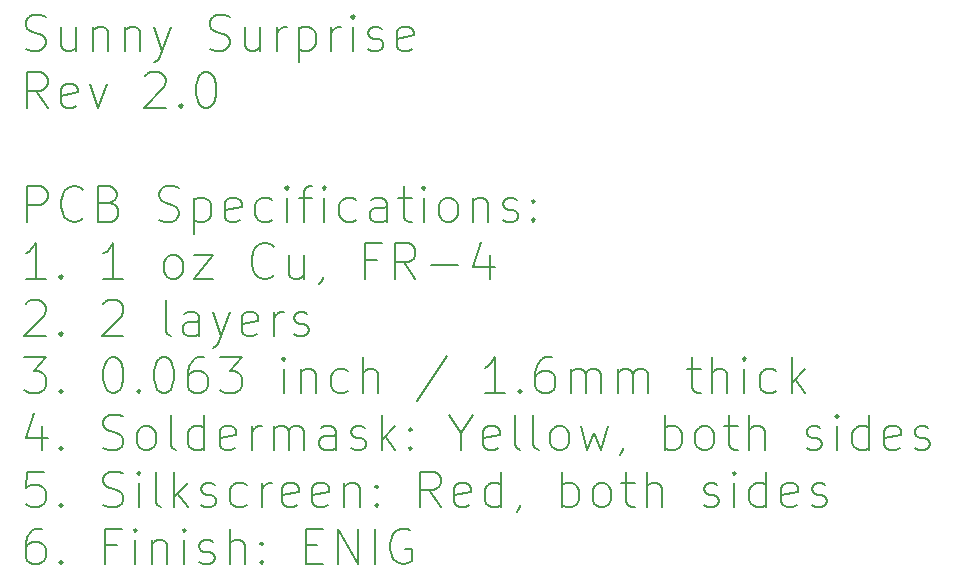
<source format=gbr>
%TF.GenerationSoftware,KiCad,Pcbnew,(6.0.4)*%
%TF.CreationDate,2024-01-19T16:04:25-08:00*%
%TF.ProjectId,Alpenglow_SunnySurprise_PCB,416c7065-6e67-46c6-9f77-5f53756e6e79,rev?*%
%TF.SameCoordinates,Original*%
%TF.FileFunction,Other,Comment*%
%FSLAX46Y46*%
G04 Gerber Fmt 4.6, Leading zero omitted, Abs format (unit mm)*
G04 Created by KiCad (PCBNEW (6.0.4)) date 2024-01-19 16:04:25*
%MOMM*%
%LPD*%
G01*
G04 APERTURE LIST*
%ADD10C,0.200000*%
G04 APERTURE END LIST*
D10*
X197551428Y-58473285D02*
X197980000Y-58616142D01*
X198694285Y-58616142D01*
X198980000Y-58473285D01*
X199122857Y-58330428D01*
X199265714Y-58044714D01*
X199265714Y-57759000D01*
X199122857Y-57473285D01*
X198980000Y-57330428D01*
X198694285Y-57187571D01*
X198122857Y-57044714D01*
X197837142Y-56901857D01*
X197694285Y-56759000D01*
X197551428Y-56473285D01*
X197551428Y-56187571D01*
X197694285Y-55901857D01*
X197837142Y-55759000D01*
X198122857Y-55616142D01*
X198837142Y-55616142D01*
X199265714Y-55759000D01*
X201837142Y-56616142D02*
X201837142Y-58616142D01*
X200551428Y-56616142D02*
X200551428Y-58187571D01*
X200694285Y-58473285D01*
X200980000Y-58616142D01*
X201408571Y-58616142D01*
X201694285Y-58473285D01*
X201837142Y-58330428D01*
X203265714Y-56616142D02*
X203265714Y-58616142D01*
X203265714Y-56901857D02*
X203408571Y-56759000D01*
X203694285Y-56616142D01*
X204122857Y-56616142D01*
X204408571Y-56759000D01*
X204551428Y-57044714D01*
X204551428Y-58616142D01*
X205980000Y-56616142D02*
X205980000Y-58616142D01*
X205980000Y-56901857D02*
X206122857Y-56759000D01*
X206408571Y-56616142D01*
X206837142Y-56616142D01*
X207122857Y-56759000D01*
X207265714Y-57044714D01*
X207265714Y-58616142D01*
X208408571Y-56616142D02*
X209122857Y-58616142D01*
X209837142Y-56616142D02*
X209122857Y-58616142D01*
X208837142Y-59330428D01*
X208694285Y-59473285D01*
X208408571Y-59616142D01*
X213122857Y-58473285D02*
X213551428Y-58616142D01*
X214265714Y-58616142D01*
X214551428Y-58473285D01*
X214694285Y-58330428D01*
X214837142Y-58044714D01*
X214837142Y-57759000D01*
X214694285Y-57473285D01*
X214551428Y-57330428D01*
X214265714Y-57187571D01*
X213694285Y-57044714D01*
X213408571Y-56901857D01*
X213265714Y-56759000D01*
X213122857Y-56473285D01*
X213122857Y-56187571D01*
X213265714Y-55901857D01*
X213408571Y-55759000D01*
X213694285Y-55616142D01*
X214408571Y-55616142D01*
X214837142Y-55759000D01*
X217408571Y-56616142D02*
X217408571Y-58616142D01*
X216122857Y-56616142D02*
X216122857Y-58187571D01*
X216265714Y-58473285D01*
X216551428Y-58616142D01*
X216980000Y-58616142D01*
X217265714Y-58473285D01*
X217408571Y-58330428D01*
X218837142Y-58616142D02*
X218837142Y-56616142D01*
X218837142Y-57187571D02*
X218980000Y-56901857D01*
X219122857Y-56759000D01*
X219408571Y-56616142D01*
X219694285Y-56616142D01*
X220694285Y-56616142D02*
X220694285Y-59616142D01*
X220694285Y-56759000D02*
X220980000Y-56616142D01*
X221551428Y-56616142D01*
X221837142Y-56759000D01*
X221980000Y-56901857D01*
X222122857Y-57187571D01*
X222122857Y-58044714D01*
X221980000Y-58330428D01*
X221837142Y-58473285D01*
X221551428Y-58616142D01*
X220980000Y-58616142D01*
X220694285Y-58473285D01*
X223408571Y-58616142D02*
X223408571Y-56616142D01*
X223408571Y-57187571D02*
X223551428Y-56901857D01*
X223694285Y-56759000D01*
X223980000Y-56616142D01*
X224265714Y-56616142D01*
X225265714Y-58616142D02*
X225265714Y-56616142D01*
X225265714Y-55616142D02*
X225122857Y-55759000D01*
X225265714Y-55901857D01*
X225408571Y-55759000D01*
X225265714Y-55616142D01*
X225265714Y-55901857D01*
X226551428Y-58473285D02*
X226837142Y-58616142D01*
X227408571Y-58616142D01*
X227694285Y-58473285D01*
X227837142Y-58187571D01*
X227837142Y-58044714D01*
X227694285Y-57759000D01*
X227408571Y-57616142D01*
X226980000Y-57616142D01*
X226694285Y-57473285D01*
X226551428Y-57187571D01*
X226551428Y-57044714D01*
X226694285Y-56759000D01*
X226980000Y-56616142D01*
X227408571Y-56616142D01*
X227694285Y-56759000D01*
X230265714Y-58473285D02*
X229980000Y-58616142D01*
X229408571Y-58616142D01*
X229122857Y-58473285D01*
X228980000Y-58187571D01*
X228980000Y-57044714D01*
X229122857Y-56759000D01*
X229408571Y-56616142D01*
X229980000Y-56616142D01*
X230265714Y-56759000D01*
X230408571Y-57044714D01*
X230408571Y-57330428D01*
X228980000Y-57616142D01*
X199408571Y-63446142D02*
X198408571Y-62017571D01*
X197694285Y-63446142D02*
X197694285Y-60446142D01*
X198837142Y-60446142D01*
X199122857Y-60589000D01*
X199265714Y-60731857D01*
X199408571Y-61017571D01*
X199408571Y-61446142D01*
X199265714Y-61731857D01*
X199122857Y-61874714D01*
X198837142Y-62017571D01*
X197694285Y-62017571D01*
X201837142Y-63303285D02*
X201551428Y-63446142D01*
X200980000Y-63446142D01*
X200694285Y-63303285D01*
X200551428Y-63017571D01*
X200551428Y-61874714D01*
X200694285Y-61589000D01*
X200980000Y-61446142D01*
X201551428Y-61446142D01*
X201837142Y-61589000D01*
X201980000Y-61874714D01*
X201980000Y-62160428D01*
X200551428Y-62446142D01*
X202980000Y-61446142D02*
X203694285Y-63446142D01*
X204408571Y-61446142D01*
X207694285Y-60731857D02*
X207837142Y-60589000D01*
X208122857Y-60446142D01*
X208837142Y-60446142D01*
X209122857Y-60589000D01*
X209265714Y-60731857D01*
X209408571Y-61017571D01*
X209408571Y-61303285D01*
X209265714Y-61731857D01*
X207551428Y-63446142D01*
X209408571Y-63446142D01*
X210694285Y-63160428D02*
X210837142Y-63303285D01*
X210694285Y-63446142D01*
X210551428Y-63303285D01*
X210694285Y-63160428D01*
X210694285Y-63446142D01*
X212694285Y-60446142D02*
X212980000Y-60446142D01*
X213265714Y-60589000D01*
X213408571Y-60731857D01*
X213551428Y-61017571D01*
X213694285Y-61589000D01*
X213694285Y-62303285D01*
X213551428Y-62874714D01*
X213408571Y-63160428D01*
X213265714Y-63303285D01*
X212980000Y-63446142D01*
X212694285Y-63446142D01*
X212408571Y-63303285D01*
X212265714Y-63160428D01*
X212122857Y-62874714D01*
X211980000Y-62303285D01*
X211980000Y-61589000D01*
X212122857Y-61017571D01*
X212265714Y-60731857D01*
X212408571Y-60589000D01*
X212694285Y-60446142D01*
X197694285Y-73106142D02*
X197694285Y-70106142D01*
X198837142Y-70106142D01*
X199122857Y-70249000D01*
X199265714Y-70391857D01*
X199408571Y-70677571D01*
X199408571Y-71106142D01*
X199265714Y-71391857D01*
X199122857Y-71534714D01*
X198837142Y-71677571D01*
X197694285Y-71677571D01*
X202408571Y-72820428D02*
X202265714Y-72963285D01*
X201837142Y-73106142D01*
X201551428Y-73106142D01*
X201122857Y-72963285D01*
X200837142Y-72677571D01*
X200694285Y-72391857D01*
X200551428Y-71820428D01*
X200551428Y-71391857D01*
X200694285Y-70820428D01*
X200837142Y-70534714D01*
X201122857Y-70249000D01*
X201551428Y-70106142D01*
X201837142Y-70106142D01*
X202265714Y-70249000D01*
X202408571Y-70391857D01*
X204694285Y-71534714D02*
X205122857Y-71677571D01*
X205265714Y-71820428D01*
X205408571Y-72106142D01*
X205408571Y-72534714D01*
X205265714Y-72820428D01*
X205122857Y-72963285D01*
X204837142Y-73106142D01*
X203694285Y-73106142D01*
X203694285Y-70106142D01*
X204694285Y-70106142D01*
X204980000Y-70249000D01*
X205122857Y-70391857D01*
X205265714Y-70677571D01*
X205265714Y-70963285D01*
X205122857Y-71249000D01*
X204980000Y-71391857D01*
X204694285Y-71534714D01*
X203694285Y-71534714D01*
X208837142Y-72963285D02*
X209265714Y-73106142D01*
X209980000Y-73106142D01*
X210265714Y-72963285D01*
X210408571Y-72820428D01*
X210551428Y-72534714D01*
X210551428Y-72249000D01*
X210408571Y-71963285D01*
X210265714Y-71820428D01*
X209980000Y-71677571D01*
X209408571Y-71534714D01*
X209122857Y-71391857D01*
X208980000Y-71249000D01*
X208837142Y-70963285D01*
X208837142Y-70677571D01*
X208980000Y-70391857D01*
X209122857Y-70249000D01*
X209408571Y-70106142D01*
X210122857Y-70106142D01*
X210551428Y-70249000D01*
X211837142Y-71106142D02*
X211837142Y-74106142D01*
X211837142Y-71249000D02*
X212122857Y-71106142D01*
X212694285Y-71106142D01*
X212980000Y-71249000D01*
X213122857Y-71391857D01*
X213265714Y-71677571D01*
X213265714Y-72534714D01*
X213122857Y-72820428D01*
X212980000Y-72963285D01*
X212694285Y-73106142D01*
X212122857Y-73106142D01*
X211837142Y-72963285D01*
X215694285Y-72963285D02*
X215408571Y-73106142D01*
X214837142Y-73106142D01*
X214551428Y-72963285D01*
X214408571Y-72677571D01*
X214408571Y-71534714D01*
X214551428Y-71249000D01*
X214837142Y-71106142D01*
X215408571Y-71106142D01*
X215694285Y-71249000D01*
X215837142Y-71534714D01*
X215837142Y-71820428D01*
X214408571Y-72106142D01*
X218408571Y-72963285D02*
X218122857Y-73106142D01*
X217551428Y-73106142D01*
X217265714Y-72963285D01*
X217122857Y-72820428D01*
X216980000Y-72534714D01*
X216980000Y-71677571D01*
X217122857Y-71391857D01*
X217265714Y-71249000D01*
X217551428Y-71106142D01*
X218122857Y-71106142D01*
X218408571Y-71249000D01*
X219694285Y-73106142D02*
X219694285Y-71106142D01*
X219694285Y-70106142D02*
X219551428Y-70249000D01*
X219694285Y-70391857D01*
X219837142Y-70249000D01*
X219694285Y-70106142D01*
X219694285Y-70391857D01*
X220694285Y-71106142D02*
X221837142Y-71106142D01*
X221122857Y-73106142D02*
X221122857Y-70534714D01*
X221265714Y-70249000D01*
X221551428Y-70106142D01*
X221837142Y-70106142D01*
X222837142Y-73106142D02*
X222837142Y-71106142D01*
X222837142Y-70106142D02*
X222694285Y-70249000D01*
X222837142Y-70391857D01*
X222980000Y-70249000D01*
X222837142Y-70106142D01*
X222837142Y-70391857D01*
X225551428Y-72963285D02*
X225265714Y-73106142D01*
X224694285Y-73106142D01*
X224408571Y-72963285D01*
X224265714Y-72820428D01*
X224122857Y-72534714D01*
X224122857Y-71677571D01*
X224265714Y-71391857D01*
X224408571Y-71249000D01*
X224694285Y-71106142D01*
X225265714Y-71106142D01*
X225551428Y-71249000D01*
X228122857Y-73106142D02*
X228122857Y-71534714D01*
X227980000Y-71249000D01*
X227694285Y-71106142D01*
X227122857Y-71106142D01*
X226837142Y-71249000D01*
X228122857Y-72963285D02*
X227837142Y-73106142D01*
X227122857Y-73106142D01*
X226837142Y-72963285D01*
X226694285Y-72677571D01*
X226694285Y-72391857D01*
X226837142Y-72106142D01*
X227122857Y-71963285D01*
X227837142Y-71963285D01*
X228122857Y-71820428D01*
X229122857Y-71106142D02*
X230265714Y-71106142D01*
X229551428Y-70106142D02*
X229551428Y-72677571D01*
X229694285Y-72963285D01*
X229980000Y-73106142D01*
X230265714Y-73106142D01*
X231265714Y-73106142D02*
X231265714Y-71106142D01*
X231265714Y-70106142D02*
X231122857Y-70249000D01*
X231265714Y-70391857D01*
X231408571Y-70249000D01*
X231265714Y-70106142D01*
X231265714Y-70391857D01*
X233122857Y-73106142D02*
X232837142Y-72963285D01*
X232694285Y-72820428D01*
X232551428Y-72534714D01*
X232551428Y-71677571D01*
X232694285Y-71391857D01*
X232837142Y-71249000D01*
X233122857Y-71106142D01*
X233551428Y-71106142D01*
X233837142Y-71249000D01*
X233980000Y-71391857D01*
X234122857Y-71677571D01*
X234122857Y-72534714D01*
X233980000Y-72820428D01*
X233837142Y-72963285D01*
X233551428Y-73106142D01*
X233122857Y-73106142D01*
X235408571Y-71106142D02*
X235408571Y-73106142D01*
X235408571Y-71391857D02*
X235551428Y-71249000D01*
X235837142Y-71106142D01*
X236265714Y-71106142D01*
X236551428Y-71249000D01*
X236694285Y-71534714D01*
X236694285Y-73106142D01*
X237980000Y-72963285D02*
X238265714Y-73106142D01*
X238837142Y-73106142D01*
X239122857Y-72963285D01*
X239265714Y-72677571D01*
X239265714Y-72534714D01*
X239122857Y-72249000D01*
X238837142Y-72106142D01*
X238408571Y-72106142D01*
X238122857Y-71963285D01*
X237980000Y-71677571D01*
X237980000Y-71534714D01*
X238122857Y-71249000D01*
X238408571Y-71106142D01*
X238837142Y-71106142D01*
X239122857Y-71249000D01*
X240551428Y-72820428D02*
X240694285Y-72963285D01*
X240551428Y-73106142D01*
X240408571Y-72963285D01*
X240551428Y-72820428D01*
X240551428Y-73106142D01*
X240551428Y-71249000D02*
X240694285Y-71391857D01*
X240551428Y-71534714D01*
X240408571Y-71391857D01*
X240551428Y-71249000D01*
X240551428Y-71534714D01*
X199265714Y-77936142D02*
X197551428Y-77936142D01*
X198408571Y-77936142D02*
X198408571Y-74936142D01*
X198122857Y-75364714D01*
X197837142Y-75650428D01*
X197551428Y-75793285D01*
X200551428Y-77650428D02*
X200694285Y-77793285D01*
X200551428Y-77936142D01*
X200408571Y-77793285D01*
X200551428Y-77650428D01*
X200551428Y-77936142D01*
X205837142Y-77936142D02*
X204122857Y-77936142D01*
X204980000Y-77936142D02*
X204980000Y-74936142D01*
X204694285Y-75364714D01*
X204408571Y-75650428D01*
X204122857Y-75793285D01*
X209837142Y-77936142D02*
X209551428Y-77793285D01*
X209408571Y-77650428D01*
X209265714Y-77364714D01*
X209265714Y-76507571D01*
X209408571Y-76221857D01*
X209551428Y-76079000D01*
X209837142Y-75936142D01*
X210265714Y-75936142D01*
X210551428Y-76079000D01*
X210694285Y-76221857D01*
X210837142Y-76507571D01*
X210837142Y-77364714D01*
X210694285Y-77650428D01*
X210551428Y-77793285D01*
X210265714Y-77936142D01*
X209837142Y-77936142D01*
X211837142Y-75936142D02*
X213408571Y-75936142D01*
X211837142Y-77936142D01*
X213408571Y-77936142D01*
X218551428Y-77650428D02*
X218408571Y-77793285D01*
X217980000Y-77936142D01*
X217694285Y-77936142D01*
X217265714Y-77793285D01*
X216980000Y-77507571D01*
X216837142Y-77221857D01*
X216694285Y-76650428D01*
X216694285Y-76221857D01*
X216837142Y-75650428D01*
X216980000Y-75364714D01*
X217265714Y-75079000D01*
X217694285Y-74936142D01*
X217980000Y-74936142D01*
X218408571Y-75079000D01*
X218551428Y-75221857D01*
X221122857Y-75936142D02*
X221122857Y-77936142D01*
X219837142Y-75936142D02*
X219837142Y-77507571D01*
X219980000Y-77793285D01*
X220265714Y-77936142D01*
X220694285Y-77936142D01*
X220980000Y-77793285D01*
X221122857Y-77650428D01*
X222694285Y-77793285D02*
X222694285Y-77936142D01*
X222551428Y-78221857D01*
X222408571Y-78364714D01*
X227265714Y-76364714D02*
X226265714Y-76364714D01*
X226265714Y-77936142D02*
X226265714Y-74936142D01*
X227694285Y-74936142D01*
X230551428Y-77936142D02*
X229551428Y-76507571D01*
X228837142Y-77936142D02*
X228837142Y-74936142D01*
X229980000Y-74936142D01*
X230265714Y-75079000D01*
X230408571Y-75221857D01*
X230551428Y-75507571D01*
X230551428Y-75936142D01*
X230408571Y-76221857D01*
X230265714Y-76364714D01*
X229980000Y-76507571D01*
X228837142Y-76507571D01*
X231837142Y-76793285D02*
X234122857Y-76793285D01*
X236837142Y-75936142D02*
X236837142Y-77936142D01*
X236122857Y-74793285D02*
X235408571Y-76936142D01*
X237265714Y-76936142D01*
X197551428Y-80051857D02*
X197694285Y-79909000D01*
X197980000Y-79766142D01*
X198694285Y-79766142D01*
X198980000Y-79909000D01*
X199122857Y-80051857D01*
X199265714Y-80337571D01*
X199265714Y-80623285D01*
X199122857Y-81051857D01*
X197408571Y-82766142D01*
X199265714Y-82766142D01*
X200551428Y-82480428D02*
X200694285Y-82623285D01*
X200551428Y-82766142D01*
X200408571Y-82623285D01*
X200551428Y-82480428D01*
X200551428Y-82766142D01*
X204122857Y-80051857D02*
X204265714Y-79909000D01*
X204551428Y-79766142D01*
X205265714Y-79766142D01*
X205551428Y-79909000D01*
X205694285Y-80051857D01*
X205837142Y-80337571D01*
X205837142Y-80623285D01*
X205694285Y-81051857D01*
X203980000Y-82766142D01*
X205837142Y-82766142D01*
X209837142Y-82766142D02*
X209551428Y-82623285D01*
X209408571Y-82337571D01*
X209408571Y-79766142D01*
X212265714Y-82766142D02*
X212265714Y-81194714D01*
X212122857Y-80909000D01*
X211837142Y-80766142D01*
X211265714Y-80766142D01*
X210980000Y-80909000D01*
X212265714Y-82623285D02*
X211980000Y-82766142D01*
X211265714Y-82766142D01*
X210980000Y-82623285D01*
X210837142Y-82337571D01*
X210837142Y-82051857D01*
X210980000Y-81766142D01*
X211265714Y-81623285D01*
X211980000Y-81623285D01*
X212265714Y-81480428D01*
X213408571Y-80766142D02*
X214122857Y-82766142D01*
X214837142Y-80766142D02*
X214122857Y-82766142D01*
X213837142Y-83480428D01*
X213694285Y-83623285D01*
X213408571Y-83766142D01*
X217122857Y-82623285D02*
X216837142Y-82766142D01*
X216265714Y-82766142D01*
X215980000Y-82623285D01*
X215837142Y-82337571D01*
X215837142Y-81194714D01*
X215980000Y-80909000D01*
X216265714Y-80766142D01*
X216837142Y-80766142D01*
X217122857Y-80909000D01*
X217265714Y-81194714D01*
X217265714Y-81480428D01*
X215837142Y-81766142D01*
X218551428Y-82766142D02*
X218551428Y-80766142D01*
X218551428Y-81337571D02*
X218694285Y-81051857D01*
X218837142Y-80909000D01*
X219122857Y-80766142D01*
X219408571Y-80766142D01*
X220265714Y-82623285D02*
X220551428Y-82766142D01*
X221122857Y-82766142D01*
X221408571Y-82623285D01*
X221551428Y-82337571D01*
X221551428Y-82194714D01*
X221408571Y-81909000D01*
X221122857Y-81766142D01*
X220694285Y-81766142D01*
X220408571Y-81623285D01*
X220265714Y-81337571D01*
X220265714Y-81194714D01*
X220408571Y-80909000D01*
X220694285Y-80766142D01*
X221122857Y-80766142D01*
X221408571Y-80909000D01*
X197408571Y-84596142D02*
X199265714Y-84596142D01*
X198265714Y-85739000D01*
X198694285Y-85739000D01*
X198980000Y-85881857D01*
X199122857Y-86024714D01*
X199265714Y-86310428D01*
X199265714Y-87024714D01*
X199122857Y-87310428D01*
X198980000Y-87453285D01*
X198694285Y-87596142D01*
X197837142Y-87596142D01*
X197551428Y-87453285D01*
X197408571Y-87310428D01*
X200551428Y-87310428D02*
X200694285Y-87453285D01*
X200551428Y-87596142D01*
X200408571Y-87453285D01*
X200551428Y-87310428D01*
X200551428Y-87596142D01*
X204837142Y-84596142D02*
X205122857Y-84596142D01*
X205408571Y-84739000D01*
X205551428Y-84881857D01*
X205694285Y-85167571D01*
X205837142Y-85739000D01*
X205837142Y-86453285D01*
X205694285Y-87024714D01*
X205551428Y-87310428D01*
X205408571Y-87453285D01*
X205122857Y-87596142D01*
X204837142Y-87596142D01*
X204551428Y-87453285D01*
X204408571Y-87310428D01*
X204265714Y-87024714D01*
X204122857Y-86453285D01*
X204122857Y-85739000D01*
X204265714Y-85167571D01*
X204408571Y-84881857D01*
X204551428Y-84739000D01*
X204837142Y-84596142D01*
X207122857Y-87310428D02*
X207265714Y-87453285D01*
X207122857Y-87596142D01*
X206980000Y-87453285D01*
X207122857Y-87310428D01*
X207122857Y-87596142D01*
X209122857Y-84596142D02*
X209408571Y-84596142D01*
X209694285Y-84739000D01*
X209837142Y-84881857D01*
X209980000Y-85167571D01*
X210122857Y-85739000D01*
X210122857Y-86453285D01*
X209980000Y-87024714D01*
X209837142Y-87310428D01*
X209694285Y-87453285D01*
X209408571Y-87596142D01*
X209122857Y-87596142D01*
X208837142Y-87453285D01*
X208694285Y-87310428D01*
X208551428Y-87024714D01*
X208408571Y-86453285D01*
X208408571Y-85739000D01*
X208551428Y-85167571D01*
X208694285Y-84881857D01*
X208837142Y-84739000D01*
X209122857Y-84596142D01*
X212694285Y-84596142D02*
X212122857Y-84596142D01*
X211837142Y-84739000D01*
X211694285Y-84881857D01*
X211408571Y-85310428D01*
X211265714Y-85881857D01*
X211265714Y-87024714D01*
X211408571Y-87310428D01*
X211551428Y-87453285D01*
X211837142Y-87596142D01*
X212408571Y-87596142D01*
X212694285Y-87453285D01*
X212837142Y-87310428D01*
X212980000Y-87024714D01*
X212980000Y-86310428D01*
X212837142Y-86024714D01*
X212694285Y-85881857D01*
X212408571Y-85739000D01*
X211837142Y-85739000D01*
X211551428Y-85881857D01*
X211408571Y-86024714D01*
X211265714Y-86310428D01*
X213980000Y-84596142D02*
X215837142Y-84596142D01*
X214837142Y-85739000D01*
X215265714Y-85739000D01*
X215551428Y-85881857D01*
X215694285Y-86024714D01*
X215837142Y-86310428D01*
X215837142Y-87024714D01*
X215694285Y-87310428D01*
X215551428Y-87453285D01*
X215265714Y-87596142D01*
X214408571Y-87596142D01*
X214122857Y-87453285D01*
X213980000Y-87310428D01*
X219408571Y-87596142D02*
X219408571Y-85596142D01*
X219408571Y-84596142D02*
X219265714Y-84739000D01*
X219408571Y-84881857D01*
X219551428Y-84739000D01*
X219408571Y-84596142D01*
X219408571Y-84881857D01*
X220837142Y-85596142D02*
X220837142Y-87596142D01*
X220837142Y-85881857D02*
X220980000Y-85739000D01*
X221265714Y-85596142D01*
X221694285Y-85596142D01*
X221980000Y-85739000D01*
X222122857Y-86024714D01*
X222122857Y-87596142D01*
X224837142Y-87453285D02*
X224551428Y-87596142D01*
X223980000Y-87596142D01*
X223694285Y-87453285D01*
X223551428Y-87310428D01*
X223408571Y-87024714D01*
X223408571Y-86167571D01*
X223551428Y-85881857D01*
X223694285Y-85739000D01*
X223980000Y-85596142D01*
X224551428Y-85596142D01*
X224837142Y-85739000D01*
X226122857Y-87596142D02*
X226122857Y-84596142D01*
X227408571Y-87596142D02*
X227408571Y-86024714D01*
X227265714Y-85739000D01*
X226980000Y-85596142D01*
X226551428Y-85596142D01*
X226265714Y-85739000D01*
X226122857Y-85881857D01*
X233265714Y-84453285D02*
X230694285Y-88310428D01*
X238122857Y-87596142D02*
X236408571Y-87596142D01*
X237265714Y-87596142D02*
X237265714Y-84596142D01*
X236980000Y-85024714D01*
X236694285Y-85310428D01*
X236408571Y-85453285D01*
X239408571Y-87310428D02*
X239551428Y-87453285D01*
X239408571Y-87596142D01*
X239265714Y-87453285D01*
X239408571Y-87310428D01*
X239408571Y-87596142D01*
X242122857Y-84596142D02*
X241551428Y-84596142D01*
X241265714Y-84739000D01*
X241122857Y-84881857D01*
X240837142Y-85310428D01*
X240694285Y-85881857D01*
X240694285Y-87024714D01*
X240837142Y-87310428D01*
X240980000Y-87453285D01*
X241265714Y-87596142D01*
X241837142Y-87596142D01*
X242122857Y-87453285D01*
X242265714Y-87310428D01*
X242408571Y-87024714D01*
X242408571Y-86310428D01*
X242265714Y-86024714D01*
X242122857Y-85881857D01*
X241837142Y-85739000D01*
X241265714Y-85739000D01*
X240980000Y-85881857D01*
X240837142Y-86024714D01*
X240694285Y-86310428D01*
X243694285Y-87596142D02*
X243694285Y-85596142D01*
X243694285Y-85881857D02*
X243837142Y-85739000D01*
X244122857Y-85596142D01*
X244551428Y-85596142D01*
X244837142Y-85739000D01*
X244980000Y-86024714D01*
X244980000Y-87596142D01*
X244980000Y-86024714D02*
X245122857Y-85739000D01*
X245408571Y-85596142D01*
X245837142Y-85596142D01*
X246122857Y-85739000D01*
X246265714Y-86024714D01*
X246265714Y-87596142D01*
X247694285Y-87596142D02*
X247694285Y-85596142D01*
X247694285Y-85881857D02*
X247837142Y-85739000D01*
X248122857Y-85596142D01*
X248551428Y-85596142D01*
X248837142Y-85739000D01*
X248980000Y-86024714D01*
X248980000Y-87596142D01*
X248980000Y-86024714D02*
X249122857Y-85739000D01*
X249408571Y-85596142D01*
X249837142Y-85596142D01*
X250122857Y-85739000D01*
X250265714Y-86024714D01*
X250265714Y-87596142D01*
X253551428Y-85596142D02*
X254694285Y-85596142D01*
X253980000Y-84596142D02*
X253980000Y-87167571D01*
X254122857Y-87453285D01*
X254408571Y-87596142D01*
X254694285Y-87596142D01*
X255694285Y-87596142D02*
X255694285Y-84596142D01*
X256980000Y-87596142D02*
X256980000Y-86024714D01*
X256837142Y-85739000D01*
X256551428Y-85596142D01*
X256122857Y-85596142D01*
X255837142Y-85739000D01*
X255694285Y-85881857D01*
X258408571Y-87596142D02*
X258408571Y-85596142D01*
X258408571Y-84596142D02*
X258265714Y-84739000D01*
X258408571Y-84881857D01*
X258551428Y-84739000D01*
X258408571Y-84596142D01*
X258408571Y-84881857D01*
X261122857Y-87453285D02*
X260837142Y-87596142D01*
X260265714Y-87596142D01*
X259980000Y-87453285D01*
X259837142Y-87310428D01*
X259694285Y-87024714D01*
X259694285Y-86167571D01*
X259837142Y-85881857D01*
X259980000Y-85739000D01*
X260265714Y-85596142D01*
X260837142Y-85596142D01*
X261122857Y-85739000D01*
X262408571Y-87596142D02*
X262408571Y-84596142D01*
X262694285Y-86453285D02*
X263551428Y-87596142D01*
X263551428Y-85596142D02*
X262408571Y-86739000D01*
X198980000Y-90426142D02*
X198980000Y-92426142D01*
X198265714Y-89283285D02*
X197551428Y-91426142D01*
X199408571Y-91426142D01*
X200551428Y-92140428D02*
X200694285Y-92283285D01*
X200551428Y-92426142D01*
X200408571Y-92283285D01*
X200551428Y-92140428D01*
X200551428Y-92426142D01*
X204122857Y-92283285D02*
X204551428Y-92426142D01*
X205265714Y-92426142D01*
X205551428Y-92283285D01*
X205694285Y-92140428D01*
X205837142Y-91854714D01*
X205837142Y-91569000D01*
X205694285Y-91283285D01*
X205551428Y-91140428D01*
X205265714Y-90997571D01*
X204694285Y-90854714D01*
X204408571Y-90711857D01*
X204265714Y-90569000D01*
X204122857Y-90283285D01*
X204122857Y-89997571D01*
X204265714Y-89711857D01*
X204408571Y-89569000D01*
X204694285Y-89426142D01*
X205408571Y-89426142D01*
X205837142Y-89569000D01*
X207551428Y-92426142D02*
X207265714Y-92283285D01*
X207122857Y-92140428D01*
X206980000Y-91854714D01*
X206980000Y-90997571D01*
X207122857Y-90711857D01*
X207265714Y-90569000D01*
X207551428Y-90426142D01*
X207980000Y-90426142D01*
X208265714Y-90569000D01*
X208408571Y-90711857D01*
X208551428Y-90997571D01*
X208551428Y-91854714D01*
X208408571Y-92140428D01*
X208265714Y-92283285D01*
X207980000Y-92426142D01*
X207551428Y-92426142D01*
X210265714Y-92426142D02*
X209980000Y-92283285D01*
X209837142Y-91997571D01*
X209837142Y-89426142D01*
X212694285Y-92426142D02*
X212694285Y-89426142D01*
X212694285Y-92283285D02*
X212408571Y-92426142D01*
X211837142Y-92426142D01*
X211551428Y-92283285D01*
X211408571Y-92140428D01*
X211265714Y-91854714D01*
X211265714Y-90997571D01*
X211408571Y-90711857D01*
X211551428Y-90569000D01*
X211837142Y-90426142D01*
X212408571Y-90426142D01*
X212694285Y-90569000D01*
X215265714Y-92283285D02*
X214980000Y-92426142D01*
X214408571Y-92426142D01*
X214122857Y-92283285D01*
X213980000Y-91997571D01*
X213980000Y-90854714D01*
X214122857Y-90569000D01*
X214408571Y-90426142D01*
X214980000Y-90426142D01*
X215265714Y-90569000D01*
X215408571Y-90854714D01*
X215408571Y-91140428D01*
X213980000Y-91426142D01*
X216694285Y-92426142D02*
X216694285Y-90426142D01*
X216694285Y-90997571D02*
X216837142Y-90711857D01*
X216980000Y-90569000D01*
X217265714Y-90426142D01*
X217551428Y-90426142D01*
X218551428Y-92426142D02*
X218551428Y-90426142D01*
X218551428Y-90711857D02*
X218694285Y-90569000D01*
X218980000Y-90426142D01*
X219408571Y-90426142D01*
X219694285Y-90569000D01*
X219837142Y-90854714D01*
X219837142Y-92426142D01*
X219837142Y-90854714D02*
X219980000Y-90569000D01*
X220265714Y-90426142D01*
X220694285Y-90426142D01*
X220980000Y-90569000D01*
X221122857Y-90854714D01*
X221122857Y-92426142D01*
X223837142Y-92426142D02*
X223837142Y-90854714D01*
X223694285Y-90569000D01*
X223408571Y-90426142D01*
X222837142Y-90426142D01*
X222551428Y-90569000D01*
X223837142Y-92283285D02*
X223551428Y-92426142D01*
X222837142Y-92426142D01*
X222551428Y-92283285D01*
X222408571Y-91997571D01*
X222408571Y-91711857D01*
X222551428Y-91426142D01*
X222837142Y-91283285D01*
X223551428Y-91283285D01*
X223837142Y-91140428D01*
X225122857Y-92283285D02*
X225408571Y-92426142D01*
X225980000Y-92426142D01*
X226265714Y-92283285D01*
X226408571Y-91997571D01*
X226408571Y-91854714D01*
X226265714Y-91569000D01*
X225980000Y-91426142D01*
X225551428Y-91426142D01*
X225265714Y-91283285D01*
X225122857Y-90997571D01*
X225122857Y-90854714D01*
X225265714Y-90569000D01*
X225551428Y-90426142D01*
X225980000Y-90426142D01*
X226265714Y-90569000D01*
X227694285Y-92426142D02*
X227694285Y-89426142D01*
X227980000Y-91283285D02*
X228837142Y-92426142D01*
X228837142Y-90426142D02*
X227694285Y-91569000D01*
X230122857Y-92140428D02*
X230265714Y-92283285D01*
X230122857Y-92426142D01*
X229980000Y-92283285D01*
X230122857Y-92140428D01*
X230122857Y-92426142D01*
X230122857Y-90569000D02*
X230265714Y-90711857D01*
X230122857Y-90854714D01*
X229980000Y-90711857D01*
X230122857Y-90569000D01*
X230122857Y-90854714D01*
X234408571Y-90997571D02*
X234408571Y-92426142D01*
X233408571Y-89426142D02*
X234408571Y-90997571D01*
X235408571Y-89426142D01*
X237551428Y-92283285D02*
X237265714Y-92426142D01*
X236694285Y-92426142D01*
X236408571Y-92283285D01*
X236265714Y-91997571D01*
X236265714Y-90854714D01*
X236408571Y-90569000D01*
X236694285Y-90426142D01*
X237265714Y-90426142D01*
X237551428Y-90569000D01*
X237694285Y-90854714D01*
X237694285Y-91140428D01*
X236265714Y-91426142D01*
X239408571Y-92426142D02*
X239122857Y-92283285D01*
X238980000Y-91997571D01*
X238980000Y-89426142D01*
X240980000Y-92426142D02*
X240694285Y-92283285D01*
X240551428Y-91997571D01*
X240551428Y-89426142D01*
X242551428Y-92426142D02*
X242265714Y-92283285D01*
X242122857Y-92140428D01*
X241980000Y-91854714D01*
X241980000Y-90997571D01*
X242122857Y-90711857D01*
X242265714Y-90569000D01*
X242551428Y-90426142D01*
X242980000Y-90426142D01*
X243265714Y-90569000D01*
X243408571Y-90711857D01*
X243551428Y-90997571D01*
X243551428Y-91854714D01*
X243408571Y-92140428D01*
X243265714Y-92283285D01*
X242980000Y-92426142D01*
X242551428Y-92426142D01*
X244551428Y-90426142D02*
X245122857Y-92426142D01*
X245694285Y-90997571D01*
X246265714Y-92426142D01*
X246837142Y-90426142D01*
X248122857Y-92283285D02*
X248122857Y-92426142D01*
X247980000Y-92711857D01*
X247837142Y-92854714D01*
X251694285Y-92426142D02*
X251694285Y-89426142D01*
X251694285Y-90569000D02*
X251980000Y-90426142D01*
X252551428Y-90426142D01*
X252837142Y-90569000D01*
X252980000Y-90711857D01*
X253122857Y-90997571D01*
X253122857Y-91854714D01*
X252980000Y-92140428D01*
X252837142Y-92283285D01*
X252551428Y-92426142D01*
X251980000Y-92426142D01*
X251694285Y-92283285D01*
X254837142Y-92426142D02*
X254551428Y-92283285D01*
X254408571Y-92140428D01*
X254265714Y-91854714D01*
X254265714Y-90997571D01*
X254408571Y-90711857D01*
X254551428Y-90569000D01*
X254837142Y-90426142D01*
X255265714Y-90426142D01*
X255551428Y-90569000D01*
X255694285Y-90711857D01*
X255837142Y-90997571D01*
X255837142Y-91854714D01*
X255694285Y-92140428D01*
X255551428Y-92283285D01*
X255265714Y-92426142D01*
X254837142Y-92426142D01*
X256694285Y-90426142D02*
X257837142Y-90426142D01*
X257122857Y-89426142D02*
X257122857Y-91997571D01*
X257265714Y-92283285D01*
X257551428Y-92426142D01*
X257837142Y-92426142D01*
X258837142Y-92426142D02*
X258837142Y-89426142D01*
X260122857Y-92426142D02*
X260122857Y-90854714D01*
X259980000Y-90569000D01*
X259694285Y-90426142D01*
X259265714Y-90426142D01*
X258980000Y-90569000D01*
X258837142Y-90711857D01*
X263694285Y-92283285D02*
X263980000Y-92426142D01*
X264551428Y-92426142D01*
X264837142Y-92283285D01*
X264980000Y-91997571D01*
X264980000Y-91854714D01*
X264837142Y-91569000D01*
X264551428Y-91426142D01*
X264122857Y-91426142D01*
X263837142Y-91283285D01*
X263694285Y-90997571D01*
X263694285Y-90854714D01*
X263837142Y-90569000D01*
X264122857Y-90426142D01*
X264551428Y-90426142D01*
X264837142Y-90569000D01*
X266265714Y-92426142D02*
X266265714Y-90426142D01*
X266265714Y-89426142D02*
X266122857Y-89569000D01*
X266265714Y-89711857D01*
X266408571Y-89569000D01*
X266265714Y-89426142D01*
X266265714Y-89711857D01*
X268980000Y-92426142D02*
X268980000Y-89426142D01*
X268980000Y-92283285D02*
X268694285Y-92426142D01*
X268122857Y-92426142D01*
X267837142Y-92283285D01*
X267694285Y-92140428D01*
X267551428Y-91854714D01*
X267551428Y-90997571D01*
X267694285Y-90711857D01*
X267837142Y-90569000D01*
X268122857Y-90426142D01*
X268694285Y-90426142D01*
X268980000Y-90569000D01*
X271551428Y-92283285D02*
X271265714Y-92426142D01*
X270694285Y-92426142D01*
X270408571Y-92283285D01*
X270265714Y-91997571D01*
X270265714Y-90854714D01*
X270408571Y-90569000D01*
X270694285Y-90426142D01*
X271265714Y-90426142D01*
X271551428Y-90569000D01*
X271694285Y-90854714D01*
X271694285Y-91140428D01*
X270265714Y-91426142D01*
X272837142Y-92283285D02*
X273122857Y-92426142D01*
X273694285Y-92426142D01*
X273980000Y-92283285D01*
X274122857Y-91997571D01*
X274122857Y-91854714D01*
X273980000Y-91569000D01*
X273694285Y-91426142D01*
X273265714Y-91426142D01*
X272980000Y-91283285D01*
X272837142Y-90997571D01*
X272837142Y-90854714D01*
X272980000Y-90569000D01*
X273265714Y-90426142D01*
X273694285Y-90426142D01*
X273980000Y-90569000D01*
X199122857Y-94256142D02*
X197694285Y-94256142D01*
X197551428Y-95684714D01*
X197694285Y-95541857D01*
X197980000Y-95399000D01*
X198694285Y-95399000D01*
X198980000Y-95541857D01*
X199122857Y-95684714D01*
X199265714Y-95970428D01*
X199265714Y-96684714D01*
X199122857Y-96970428D01*
X198980000Y-97113285D01*
X198694285Y-97256142D01*
X197980000Y-97256142D01*
X197694285Y-97113285D01*
X197551428Y-96970428D01*
X200551428Y-96970428D02*
X200694285Y-97113285D01*
X200551428Y-97256142D01*
X200408571Y-97113285D01*
X200551428Y-96970428D01*
X200551428Y-97256142D01*
X204122857Y-97113285D02*
X204551428Y-97256142D01*
X205265714Y-97256142D01*
X205551428Y-97113285D01*
X205694285Y-96970428D01*
X205837142Y-96684714D01*
X205837142Y-96399000D01*
X205694285Y-96113285D01*
X205551428Y-95970428D01*
X205265714Y-95827571D01*
X204694285Y-95684714D01*
X204408571Y-95541857D01*
X204265714Y-95399000D01*
X204122857Y-95113285D01*
X204122857Y-94827571D01*
X204265714Y-94541857D01*
X204408571Y-94399000D01*
X204694285Y-94256142D01*
X205408571Y-94256142D01*
X205837142Y-94399000D01*
X207122857Y-97256142D02*
X207122857Y-95256142D01*
X207122857Y-94256142D02*
X206980000Y-94399000D01*
X207122857Y-94541857D01*
X207265714Y-94399000D01*
X207122857Y-94256142D01*
X207122857Y-94541857D01*
X208980000Y-97256142D02*
X208694285Y-97113285D01*
X208551428Y-96827571D01*
X208551428Y-94256142D01*
X210122857Y-97256142D02*
X210122857Y-94256142D01*
X210408571Y-96113285D02*
X211265714Y-97256142D01*
X211265714Y-95256142D02*
X210122857Y-96399000D01*
X212408571Y-97113285D02*
X212694285Y-97256142D01*
X213265714Y-97256142D01*
X213551428Y-97113285D01*
X213694285Y-96827571D01*
X213694285Y-96684714D01*
X213551428Y-96399000D01*
X213265714Y-96256142D01*
X212837142Y-96256142D01*
X212551428Y-96113285D01*
X212408571Y-95827571D01*
X212408571Y-95684714D01*
X212551428Y-95399000D01*
X212837142Y-95256142D01*
X213265714Y-95256142D01*
X213551428Y-95399000D01*
X216265714Y-97113285D02*
X215980000Y-97256142D01*
X215408571Y-97256142D01*
X215122857Y-97113285D01*
X214980000Y-96970428D01*
X214837142Y-96684714D01*
X214837142Y-95827571D01*
X214980000Y-95541857D01*
X215122857Y-95399000D01*
X215408571Y-95256142D01*
X215980000Y-95256142D01*
X216265714Y-95399000D01*
X217551428Y-97256142D02*
X217551428Y-95256142D01*
X217551428Y-95827571D02*
X217694285Y-95541857D01*
X217837142Y-95399000D01*
X218122857Y-95256142D01*
X218408571Y-95256142D01*
X220551428Y-97113285D02*
X220265714Y-97256142D01*
X219694285Y-97256142D01*
X219408571Y-97113285D01*
X219265714Y-96827571D01*
X219265714Y-95684714D01*
X219408571Y-95399000D01*
X219694285Y-95256142D01*
X220265714Y-95256142D01*
X220551428Y-95399000D01*
X220694285Y-95684714D01*
X220694285Y-95970428D01*
X219265714Y-96256142D01*
X223122857Y-97113285D02*
X222837142Y-97256142D01*
X222265714Y-97256142D01*
X221980000Y-97113285D01*
X221837142Y-96827571D01*
X221837142Y-95684714D01*
X221980000Y-95399000D01*
X222265714Y-95256142D01*
X222837142Y-95256142D01*
X223122857Y-95399000D01*
X223265714Y-95684714D01*
X223265714Y-95970428D01*
X221837142Y-96256142D01*
X224551428Y-95256142D02*
X224551428Y-97256142D01*
X224551428Y-95541857D02*
X224694285Y-95399000D01*
X224980000Y-95256142D01*
X225408571Y-95256142D01*
X225694285Y-95399000D01*
X225837142Y-95684714D01*
X225837142Y-97256142D01*
X227265714Y-96970428D02*
X227408571Y-97113285D01*
X227265714Y-97256142D01*
X227122857Y-97113285D01*
X227265714Y-96970428D01*
X227265714Y-97256142D01*
X227265714Y-95399000D02*
X227408571Y-95541857D01*
X227265714Y-95684714D01*
X227122857Y-95541857D01*
X227265714Y-95399000D01*
X227265714Y-95684714D01*
X232694285Y-97256142D02*
X231694285Y-95827571D01*
X230980000Y-97256142D02*
X230980000Y-94256142D01*
X232122857Y-94256142D01*
X232408571Y-94399000D01*
X232551428Y-94541857D01*
X232694285Y-94827571D01*
X232694285Y-95256142D01*
X232551428Y-95541857D01*
X232408571Y-95684714D01*
X232122857Y-95827571D01*
X230980000Y-95827571D01*
X235122857Y-97113285D02*
X234837142Y-97256142D01*
X234265714Y-97256142D01*
X233980000Y-97113285D01*
X233837142Y-96827571D01*
X233837142Y-95684714D01*
X233980000Y-95399000D01*
X234265714Y-95256142D01*
X234837142Y-95256142D01*
X235122857Y-95399000D01*
X235265714Y-95684714D01*
X235265714Y-95970428D01*
X233837142Y-96256142D01*
X237837142Y-97256142D02*
X237837142Y-94256142D01*
X237837142Y-97113285D02*
X237551428Y-97256142D01*
X236980000Y-97256142D01*
X236694285Y-97113285D01*
X236551428Y-96970428D01*
X236408571Y-96684714D01*
X236408571Y-95827571D01*
X236551428Y-95541857D01*
X236694285Y-95399000D01*
X236980000Y-95256142D01*
X237551428Y-95256142D01*
X237837142Y-95399000D01*
X239408571Y-97113285D02*
X239408571Y-97256142D01*
X239265714Y-97541857D01*
X239122857Y-97684714D01*
X242980000Y-97256142D02*
X242980000Y-94256142D01*
X242980000Y-95399000D02*
X243265714Y-95256142D01*
X243837142Y-95256142D01*
X244122857Y-95399000D01*
X244265714Y-95541857D01*
X244408571Y-95827571D01*
X244408571Y-96684714D01*
X244265714Y-96970428D01*
X244122857Y-97113285D01*
X243837142Y-97256142D01*
X243265714Y-97256142D01*
X242980000Y-97113285D01*
X246122857Y-97256142D02*
X245837142Y-97113285D01*
X245694285Y-96970428D01*
X245551428Y-96684714D01*
X245551428Y-95827571D01*
X245694285Y-95541857D01*
X245837142Y-95399000D01*
X246122857Y-95256142D01*
X246551428Y-95256142D01*
X246837142Y-95399000D01*
X246980000Y-95541857D01*
X247122857Y-95827571D01*
X247122857Y-96684714D01*
X246980000Y-96970428D01*
X246837142Y-97113285D01*
X246551428Y-97256142D01*
X246122857Y-97256142D01*
X247980000Y-95256142D02*
X249122857Y-95256142D01*
X248408571Y-94256142D02*
X248408571Y-96827571D01*
X248551428Y-97113285D01*
X248837142Y-97256142D01*
X249122857Y-97256142D01*
X250122857Y-97256142D02*
X250122857Y-94256142D01*
X251408571Y-97256142D02*
X251408571Y-95684714D01*
X251265714Y-95399000D01*
X250980000Y-95256142D01*
X250551428Y-95256142D01*
X250265714Y-95399000D01*
X250122857Y-95541857D01*
X254980000Y-97113285D02*
X255265714Y-97256142D01*
X255837142Y-97256142D01*
X256122857Y-97113285D01*
X256265714Y-96827571D01*
X256265714Y-96684714D01*
X256122857Y-96399000D01*
X255837142Y-96256142D01*
X255408571Y-96256142D01*
X255122857Y-96113285D01*
X254980000Y-95827571D01*
X254980000Y-95684714D01*
X255122857Y-95399000D01*
X255408571Y-95256142D01*
X255837142Y-95256142D01*
X256122857Y-95399000D01*
X257551428Y-97256142D02*
X257551428Y-95256142D01*
X257551428Y-94256142D02*
X257408571Y-94399000D01*
X257551428Y-94541857D01*
X257694285Y-94399000D01*
X257551428Y-94256142D01*
X257551428Y-94541857D01*
X260265714Y-97256142D02*
X260265714Y-94256142D01*
X260265714Y-97113285D02*
X259980000Y-97256142D01*
X259408571Y-97256142D01*
X259122857Y-97113285D01*
X258980000Y-96970428D01*
X258837142Y-96684714D01*
X258837142Y-95827571D01*
X258980000Y-95541857D01*
X259122857Y-95399000D01*
X259408571Y-95256142D01*
X259980000Y-95256142D01*
X260265714Y-95399000D01*
X262837142Y-97113285D02*
X262551428Y-97256142D01*
X261980000Y-97256142D01*
X261694285Y-97113285D01*
X261551428Y-96827571D01*
X261551428Y-95684714D01*
X261694285Y-95399000D01*
X261980000Y-95256142D01*
X262551428Y-95256142D01*
X262837142Y-95399000D01*
X262980000Y-95684714D01*
X262980000Y-95970428D01*
X261551428Y-96256142D01*
X264122857Y-97113285D02*
X264408571Y-97256142D01*
X264980000Y-97256142D01*
X265265714Y-97113285D01*
X265408571Y-96827571D01*
X265408571Y-96684714D01*
X265265714Y-96399000D01*
X264980000Y-96256142D01*
X264551428Y-96256142D01*
X264265714Y-96113285D01*
X264122857Y-95827571D01*
X264122857Y-95684714D01*
X264265714Y-95399000D01*
X264551428Y-95256142D01*
X264980000Y-95256142D01*
X265265714Y-95399000D01*
X198980000Y-99086142D02*
X198408571Y-99086142D01*
X198122857Y-99229000D01*
X197980000Y-99371857D01*
X197694285Y-99800428D01*
X197551428Y-100371857D01*
X197551428Y-101514714D01*
X197694285Y-101800428D01*
X197837142Y-101943285D01*
X198122857Y-102086142D01*
X198694285Y-102086142D01*
X198980000Y-101943285D01*
X199122857Y-101800428D01*
X199265714Y-101514714D01*
X199265714Y-100800428D01*
X199122857Y-100514714D01*
X198980000Y-100371857D01*
X198694285Y-100229000D01*
X198122857Y-100229000D01*
X197837142Y-100371857D01*
X197694285Y-100514714D01*
X197551428Y-100800428D01*
X200551428Y-101800428D02*
X200694285Y-101943285D01*
X200551428Y-102086142D01*
X200408571Y-101943285D01*
X200551428Y-101800428D01*
X200551428Y-102086142D01*
X205265714Y-100514714D02*
X204265714Y-100514714D01*
X204265714Y-102086142D02*
X204265714Y-99086142D01*
X205694285Y-99086142D01*
X206837142Y-102086142D02*
X206837142Y-100086142D01*
X206837142Y-99086142D02*
X206694285Y-99229000D01*
X206837142Y-99371857D01*
X206980000Y-99229000D01*
X206837142Y-99086142D01*
X206837142Y-99371857D01*
X208265714Y-100086142D02*
X208265714Y-102086142D01*
X208265714Y-100371857D02*
X208408571Y-100229000D01*
X208694285Y-100086142D01*
X209122857Y-100086142D01*
X209408571Y-100229000D01*
X209551428Y-100514714D01*
X209551428Y-102086142D01*
X210980000Y-102086142D02*
X210980000Y-100086142D01*
X210980000Y-99086142D02*
X210837142Y-99229000D01*
X210980000Y-99371857D01*
X211122857Y-99229000D01*
X210980000Y-99086142D01*
X210980000Y-99371857D01*
X212265714Y-101943285D02*
X212551428Y-102086142D01*
X213122857Y-102086142D01*
X213408571Y-101943285D01*
X213551428Y-101657571D01*
X213551428Y-101514714D01*
X213408571Y-101229000D01*
X213122857Y-101086142D01*
X212694285Y-101086142D01*
X212408571Y-100943285D01*
X212265714Y-100657571D01*
X212265714Y-100514714D01*
X212408571Y-100229000D01*
X212694285Y-100086142D01*
X213122857Y-100086142D01*
X213408571Y-100229000D01*
X214837142Y-102086142D02*
X214837142Y-99086142D01*
X216122857Y-102086142D02*
X216122857Y-100514714D01*
X215980000Y-100229000D01*
X215694285Y-100086142D01*
X215265714Y-100086142D01*
X214980000Y-100229000D01*
X214837142Y-100371857D01*
X217551428Y-101800428D02*
X217694285Y-101943285D01*
X217551428Y-102086142D01*
X217408571Y-101943285D01*
X217551428Y-101800428D01*
X217551428Y-102086142D01*
X217551428Y-100229000D02*
X217694285Y-100371857D01*
X217551428Y-100514714D01*
X217408571Y-100371857D01*
X217551428Y-100229000D01*
X217551428Y-100514714D01*
X221265714Y-100514714D02*
X222265714Y-100514714D01*
X222694285Y-102086142D02*
X221265714Y-102086142D01*
X221265714Y-99086142D01*
X222694285Y-99086142D01*
X223980000Y-102086142D02*
X223980000Y-99086142D01*
X225694285Y-102086142D01*
X225694285Y-99086142D01*
X227122857Y-102086142D02*
X227122857Y-99086142D01*
X230122857Y-99229000D02*
X229837142Y-99086142D01*
X229408571Y-99086142D01*
X228980000Y-99229000D01*
X228694285Y-99514714D01*
X228551428Y-99800428D01*
X228408571Y-100371857D01*
X228408571Y-100800428D01*
X228551428Y-101371857D01*
X228694285Y-101657571D01*
X228980000Y-101943285D01*
X229408571Y-102086142D01*
X229694285Y-102086142D01*
X230122857Y-101943285D01*
X230265714Y-101800428D01*
X230265714Y-100800428D01*
X229694285Y-100800428D01*
M02*

</source>
